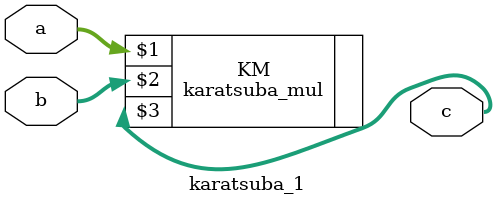
<source format=v>
`include "./src/karatsuba_mul.v"

module karatsuba_1 (a, b, c);

// bit depth
localparam BIT_DEPTH = 16;

input wire [BIT_DEPTH-1:0] a, b;
output wire [2*BIT_DEPTH-1:0] c;

karatsuba_mul #(BIT_DEPTH) KM (a, b, c);

endmodule

</source>
